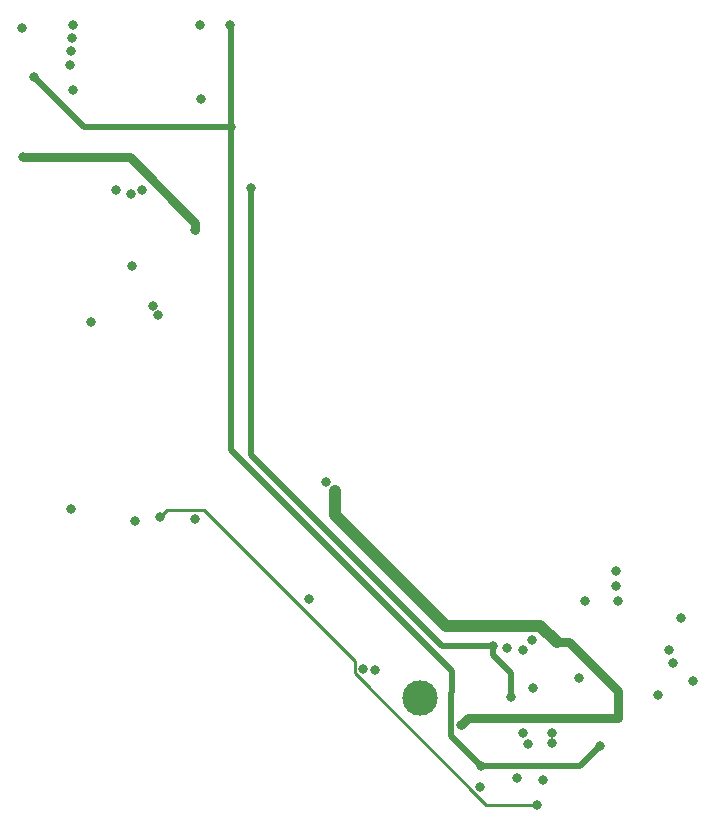
<source format=gbr>
G04 #@! TF.GenerationSoftware,KiCad,Pcbnew,5.1.6+dfsg1-1~bpo10+1*
G04 #@! TF.CreationDate,2021-06-19T16:41:49-04:00*
G04 #@! TF.ProjectId,RUSP_Daughterboard,52555350-5f44-4617-9567-68746572626f,rev?*
G04 #@! TF.SameCoordinates,Original*
G04 #@! TF.FileFunction,Copper,L3,Inr*
G04 #@! TF.FilePolarity,Positive*
%FSLAX46Y46*%
G04 Gerber Fmt 4.6, Leading zero omitted, Abs format (unit mm)*
G04 Created by KiCad (PCBNEW 5.1.6+dfsg1-1~bpo10+1) date 2021-06-19 16:41:49*
%MOMM*%
%LPD*%
G01*
G04 APERTURE LIST*
G04 #@! TA.AperFunction,ViaPad*
%ADD10C,3.000000*%
G04 #@! TD*
G04 #@! TA.AperFunction,ViaPad*
%ADD11C,0.800000*%
G04 #@! TD*
G04 #@! TA.AperFunction,Conductor*
%ADD12C,0.750000*%
G04 #@! TD*
G04 #@! TA.AperFunction,Conductor*
%ADD13C,1.000000*%
G04 #@! TD*
G04 #@! TA.AperFunction,Conductor*
%ADD14C,0.250000*%
G04 #@! TD*
G04 #@! TA.AperFunction,Conductor*
%ADD15C,0.500000*%
G04 #@! TD*
G04 APERTURE END LIST*
D10*
X154000000Y-128000000D03*
D11*
X120300000Y-71300000D03*
X135000000Y-88400000D03*
X124500000Y-112000000D03*
X124500000Y-73200000D03*
X157480000Y-130302000D03*
X120396006Y-82200000D03*
X146812000Y-110490000D03*
X146050000Y-109728000D03*
X149225010Y-125524888D03*
X159132660Y-135507340D03*
X165600000Y-123300000D03*
X170800000Y-129700000D03*
X174149991Y-127749991D03*
X162700000Y-131000000D03*
X175400000Y-125000000D03*
X161400000Y-123800000D03*
X160200000Y-123600000D03*
X161694805Y-127925000D03*
X139700000Y-84836000D03*
X177100000Y-126600000D03*
X121300000Y-75400000D03*
X137900000Y-71000000D03*
X138000000Y-79700000D03*
X159200000Y-133800000D03*
X169300000Y-132100000D03*
X170650000Y-118550000D03*
X124350000Y-74400000D03*
X129537660Y-85362340D03*
X170600000Y-117250000D03*
X124550000Y-72150000D03*
X130481712Y-85032505D03*
X135500000Y-77250000D03*
X163600000Y-127200000D03*
X170800000Y-119750000D03*
X128300000Y-85000000D03*
X124650000Y-76500000D03*
X168000000Y-119800000D03*
X176100000Y-121200000D03*
X163500000Y-123100000D03*
X164400000Y-134974990D03*
X126200000Y-96200000D03*
X129600000Y-91400000D03*
X163200000Y-131900000D03*
X129900000Y-113000000D03*
X163900000Y-137025010D03*
X132029325Y-112674990D03*
X162200000Y-134800000D03*
X135010743Y-112824979D03*
X144599994Y-119600000D03*
X150213474Y-125676423D03*
X124600000Y-71000000D03*
X135400000Y-71000000D03*
X165201292Y-131775010D03*
X131400000Y-94800000D03*
X165201292Y-131001292D03*
X131826000Y-95600000D03*
X167500000Y-126300000D03*
X162775000Y-123900000D03*
X175125010Y-123900000D03*
D12*
X135000000Y-88400000D02*
X135000000Y-87756000D01*
X129444000Y-82200000D02*
X120396006Y-82200000D01*
X135000000Y-87756000D02*
X129444000Y-82200000D01*
D13*
X146812000Y-110490000D02*
X146812000Y-112522000D01*
X146812000Y-112522000D02*
X156210000Y-121920000D01*
X156210000Y-121920000D02*
X164220000Y-121920000D01*
X164220000Y-121920000D02*
X165600000Y-123300000D01*
D12*
X157480000Y-130302000D02*
X158082000Y-129700000D01*
X170800000Y-127434315D02*
X170800000Y-129700000D01*
X166665685Y-123300000D02*
X170800000Y-127434315D01*
X158082000Y-129700000D02*
X170800000Y-129700000D01*
X165600000Y-123300000D02*
X166665685Y-123300000D01*
D14*
X160401678Y-123600000D02*
X160200000Y-123600000D01*
D15*
X161694805Y-127925000D02*
X161694805Y-125880805D01*
X160200000Y-124386000D02*
X160200000Y-123600000D01*
X161694805Y-125880805D02*
X160200000Y-124386000D01*
X160200000Y-123600000D02*
X155858000Y-123600000D01*
X139700000Y-107442000D02*
X139700000Y-84836000D01*
X155858000Y-123600000D02*
X139700000Y-107442000D01*
X138000000Y-78500000D02*
X138000000Y-79700000D01*
X138000000Y-71100000D02*
X137900000Y-71000000D01*
X138000000Y-78500000D02*
X138000000Y-71100000D01*
X125600000Y-79700000D02*
X138000000Y-79700000D01*
X121300000Y-75400000D02*
X125600000Y-79700000D01*
X156629999Y-131229999D02*
X159200000Y-133800000D01*
X156718000Y-127508000D02*
X156629999Y-127596001D01*
X156718000Y-125730000D02*
X156718000Y-127508000D01*
X138000000Y-79700000D02*
X138000000Y-107012000D01*
X156629999Y-127596001D02*
X156629999Y-131229999D01*
X138000000Y-107012000D02*
X156718000Y-125730000D01*
X159200000Y-133800000D02*
X167600000Y-133800000D01*
X167600000Y-133800000D02*
X169300000Y-132100000D01*
D14*
X148500000Y-124873002D02*
X135726976Y-112099978D01*
X148500000Y-125900000D02*
X148500000Y-124873002D01*
X132604337Y-112099978D02*
X132029325Y-112674990D01*
X135726976Y-112099978D02*
X132604337Y-112099978D01*
X159625010Y-137025010D02*
X148500000Y-125900000D01*
X163900000Y-137025010D02*
X159625010Y-137025010D01*
M02*

</source>
